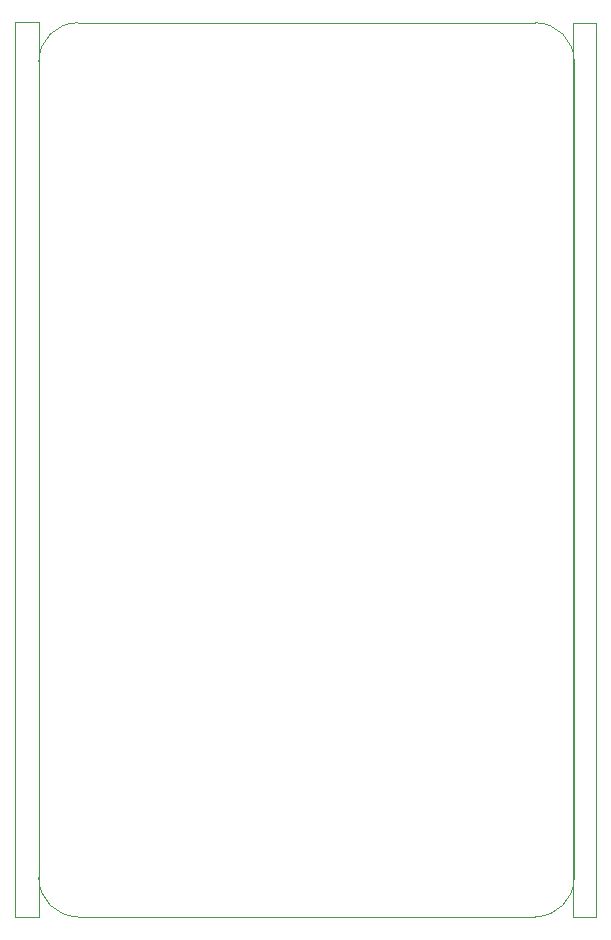
<source format=gbr>
%TF.GenerationSoftware,KiCad,Pcbnew,(7.0.0)*%
%TF.CreationDate,2023-12-01T19:40:39-08:00*%
%TF.ProjectId,OpenShock,4f70656e-5368-46f6-936b-2e6b69636164,rev?*%
%TF.SameCoordinates,Original*%
%TF.FileFunction,Profile,NP*%
%FSLAX46Y46*%
G04 Gerber Fmt 4.6, Leading zero omitted, Abs format (unit mm)*
G04 Created by KiCad (PCBNEW (7.0.0)) date 2023-12-01 19:40:39*
%MOMM*%
%LPD*%
G01*
G04 APERTURE LIST*
%TA.AperFunction,Profile*%
%ADD10C,0.100000*%
%TD*%
G04 APERTURE END LIST*
D10*
X99568000Y-39370000D02*
X99568000Y-108458000D01*
X144907000Y-108458000D02*
X144907000Y-39370000D01*
X141605000Y-111760000D02*
G75*
G03*
X144907000Y-108458000I0J3302000D01*
G01*
X144780000Y-36068000D02*
X146780000Y-36068000D01*
X146780000Y-36068000D02*
X146780000Y-111785400D01*
X146780000Y-111785400D02*
X144780000Y-111785400D01*
X144780000Y-111785400D02*
X144780000Y-36068000D01*
X97568000Y-36044600D02*
X99568000Y-36044600D01*
X99568000Y-36044600D02*
X99568000Y-111762000D01*
X99568000Y-111762000D02*
X97568000Y-111762000D01*
X97568000Y-111762000D02*
X97568000Y-36044600D01*
X144907000Y-39370000D02*
G75*
G03*
X141605000Y-36068000I-3302000J0D01*
G01*
X141605000Y-36068000D02*
X102870000Y-36068000D01*
X99568000Y-108458000D02*
G75*
G03*
X102870000Y-111760000I3302000J0D01*
G01*
X102870000Y-111760000D02*
X141605000Y-111760000D01*
X102870000Y-36068000D02*
G75*
G03*
X99568000Y-39370000I0J-3302000D01*
G01*
M02*

</source>
